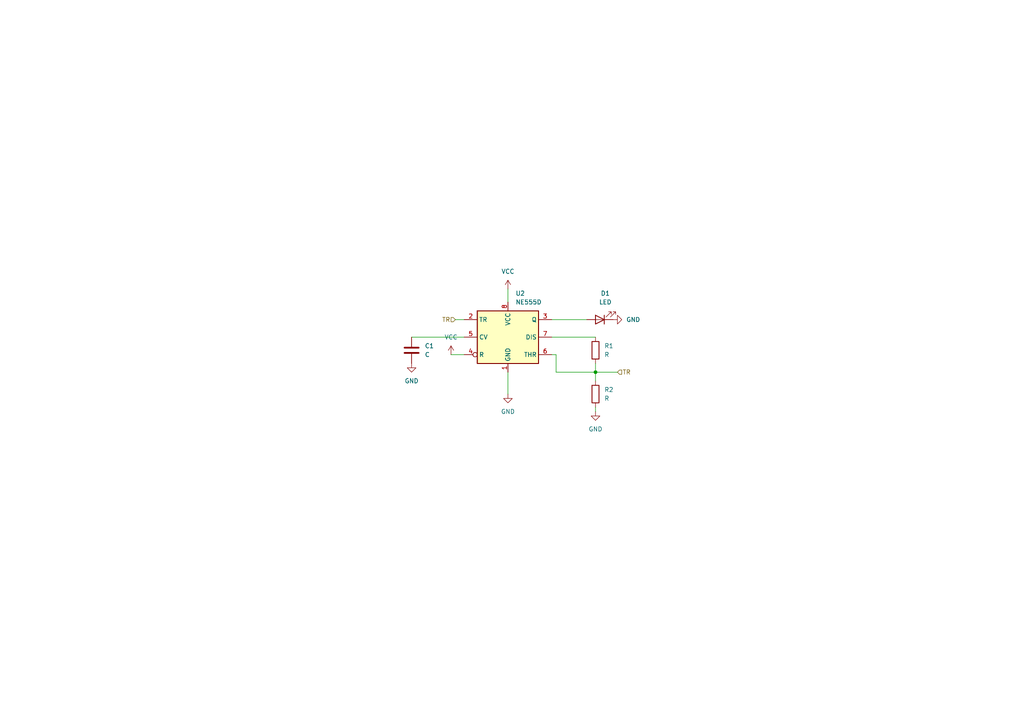
<source format=kicad_sch>
(kicad_sch (version 20230121) (generator eeschema)
  (paper "A4")
  (lib_symbols
    (symbol "Device:C" (pin_numbers hide) (pin_names (offset 0.254))
      (property "Reference" "C" (at 0.635 2.54 0))
      (property "Value" "C" (at 0.635 -2.54 0))
      (symbol "C_0_1"
        (polyline (pts (xy -2.032 -0.762) (xy 2.032 -0.762)) (stroke (width 0.508)))
        (polyline (pts (xy -2.032 0.762) (xy 2.032 0.762)) (stroke (width 0.508)))
      )
      (symbol "C_1_1"
        (pin passive line (at 0 3.81 270) (length 2.794) (name "~") (number "1"))
        (pin passive line (at 0 -3.81 90) (length 2.794) (name "~") (number "2"))
      )
    )
    (symbol "Device:LED" (pin_numbers hide) (pin_names (offset 1.016) hide)
      (property "Reference" "D" (at 0 2.54 0))
      (property "Value" "LED" (at 0 -2.54 0))
      (symbol "LED_0_1"
        (polyline (pts (xy -1.27 -1.27) (xy -1.27 1.27)) (stroke (width 0.254)))
        (polyline (pts (xy -1.27 0) (xy 1.27 0)))
        (polyline (pts (xy 1.27 -1.27) (xy 1.27 1.27) (xy -1.27 0) (xy 1.27 -1.27)) (stroke (width 0.254)))
        (polyline (pts (xy -3.048 -0.762) (xy -4.572 -2.286) (xy -3.81 -2.286) (xy -4.572 -2.286) (xy -4.572 -1.524)))
        (polyline (pts (xy -1.778 -0.762) (xy -3.302 -2.286) (xy -2.54 -2.286) (xy -3.302 -2.286) (xy -3.302 -1.524)))
      )
      (symbol "LED_1_1"
        (pin passive line (at -3.81 0 0) (length 2.54) (name "K") (number "1"))
        (pin passive line (at 3.81 0 180) (length 2.54) (name "A") (number "2"))
      )
    )
    (symbol "Device:R" (pin_numbers hide) (pin_names (offset 0))
      (property "Reference" "R" (at 2.032 0 90))
      (property "Value" "R" (at 0 0 90))
      (symbol "R_0_1"
        (rectangle (start -1.016 -2.54) (end 1.016 2.54) (stroke (width 0.254)))
      )
      (symbol "R_1_1"
        (pin passive line (at 0 3.81 270) (length 1.27) (name "~") (number "1"))
        (pin passive line (at 0 -3.81 90) (length 1.27) (name "~") (number "2"))
      )
    )
    (symbol "Timer:NE555D"
      (property "Reference" "U" (at -10.16 8.89 0))
      (property "Value" "NE555D" (at 2.54 8.89 0))
      (symbol "NE555D_0_0"
        (pin power_in line (at 0 -10.16 90) (length 2.54) (name "GND") (number "1"))
        (pin power_in line (at 0 10.16 270) (length 2.54) (name "VCC") (number "8"))
      )
      (symbol "NE555D_0_1"
        (rectangle (start -8.89 -7.62) (end 8.89 7.62) (stroke (width 0.254)) (fill (type background)))
        (rectangle (start -8.89 -7.62) (end 8.89 7.62) (stroke (width 0.254)) (fill (type background)))
      )
      (symbol "NE555D_1_1"
        (pin input line (at -12.7 5.08 0) (length 3.81) (name "TR") (number "2"))
        (pin output line (at 12.7 5.08 180) (length 3.81) (name "Q") (number "3"))
        (pin input inverted (at -12.7 -5.08 0) (length 3.81) (name "R") (number "4"))
        (pin input line (at -12.7 0 0) (length 3.81) (name "CV") (number "5"))
        (pin input line (at 12.7 -5.08 180) (length 3.81) (name "THR") (number "6"))
        (pin input line (at 12.7 0 180) (length 3.81) (name "DIS") (number "7"))
      )
    )
    (symbol "power:GND" (power) (pin_names (offset 0))
      (property "Value" "GND" (at 0 -3.81 0))
      (symbol "GND_0_1"
        (polyline (pts (xy 0 0) (xy 0 -1.27) (xy 1.27 -1.27) (xy 0 -2.54) (xy -1.27 -1.27) (xy 0 -1.27)))
      )
      (symbol "GND_1_1"
        (pin power_in line (at 0 0 270) (length 0) hide (name "GND") (number "1"))
      )
    )
    (symbol "power:VCC" (power) (pin_names (offset 0))
      (property "Value" "VCC" (at 0 3.81 0))
      (symbol "VCC_0_1"
        (polyline (pts (xy -0.762 1.27) (xy 0 2.54)))
        (polyline (pts (xy 0 0) (xy 0 2.54)))
        (polyline (pts (xy 0 2.54) (xy 0.762 1.27)))
      )
      (symbol "VCC_1_1"
        (pin power_in line (at 0 0 90) (length 0) hide (name "VCC") (number "1"))
      )
    )
  )
  (junction (at 172.72 107.95))
  (wire (pts (xy 130.81 102.87) (xy 134.62 102.87)))
  (wire (pts (xy 160.02 97.79) (xy 172.72 97.79)))
  (wire (pts (xy 172.72 107.95) (xy 179.07 107.95)))
  (wire (pts (xy 161.29 107.95) (xy 172.72 107.95)))
  (wire (pts (xy 119.38 97.79) (xy 134.62 97.79)))
  (wire (pts (xy 172.72 107.95) (xy 172.72 110.49)))
  (wire (pts (xy 160.02 92.71) (xy 170.18 92.71)))
  (wire (pts (xy 147.32 83.82) (xy 147.32 87.63)))
  (wire (pts (xy 132.08 92.71) (xy 134.62 92.71)))
  (wire (pts (xy 172.72 119.38) (xy 172.72 118.11)))
  (wire (pts (xy 160.02 102.87) (xy 161.29 102.87)))
  (wire (pts (xy 161.29 102.87) (xy 161.29 107.95)))
  (wire (pts (xy 172.72 105.41) (xy 172.72 107.95)))
  (wire (pts (xy 147.32 107.95) (xy 147.32 114.3)))
  (hierarchical_label "TR" (shape input) (at 132.08 92.71 180))
  (hierarchical_label "TR" (shape input) (at 179.07 107.95 0))
  (symbol (lib_id "power:GND") (at 119.38 105.41 0) (unit 1)
    (property "Reference" "#PWR02" (effects hide))
    (property "Value" "GND" (at 119.38 110.49 0))
  )
  (symbol (lib_id "power:GND") (at 172.72 119.38 0) (unit 1)
    (property "Reference" "#PWR05" (effects hide))
    (property "Value" "GND" (at 172.72 124.46 0))
  )
  (symbol (lib_id "power:GND") (at 147.32 114.3 0) (unit 1)
    (property "Reference" "#PWR01" (effects hide))
    (property "Value" "GND" (at 147.32 119.38 0))
  )
  (symbol (lib_id "Device:LED") (at 173.99 92.71 180) (unit 1)
    (property "Reference" "D1" (at 175.5775 85.09 0))
    (property "Value" "LED" (at 175.5775 87.63 0))
    (property "Footprint" "LED_SMD:LED_0603_1608Metric" (effects hide))
  )
  (symbol (lib_id "Device:C") (at 119.38 101.6 0) (unit 1)
    (property "Reference" "C1" (at 123.19 100.33 0) (effects (justify left)))
    (property "Value" "C" (at 123.19 102.87 0) (effects (justify left)))
    (property "Footprint" "Capacitor_SMD:C_0603_1608Metric" (effects hide))
  )
  (symbol (lib_id "Timer:NE555D") (at 147.32 97.79 0) (unit 1)
    (property "Reference" "U2" (at 149.5141 85.09 0) (effects (justify left)))
    (property "Value" "NE555D" (at 149.5141 87.63 0) (effects (justify left)))
    (property "Footprint" "Package_SO:SOIC-8_3.9x4.9mm_P1.27mm" (effects hide))
    (property "Datasheet" "http://www.ti.com/lit/ds/symlink/ne555.pdf" (effects hide))
  )
  (symbol (lib_id "power:VCC") (at 147.32 83.82 0) (unit 1)
    (property "Reference" "#PWR03" (effects hide))
    (property "Value" "VCC" (at 147.32 78.74 0))
  )
  (symbol (lib_id "Device:R") (at 172.72 114.3 0) (unit 1)
    (property "Reference" "R2" (at 175.26 113.03 0) (effects (justify left)))
    (property "Value" "R" (at 175.26 115.57 0) (effects (justify left)))
    (property "Footprint" "Resistor_SMD:R_0603_1608Metric" (effects hide))
  )
  (symbol (lib_id "Device:R") (at 172.72 101.6 0) (unit 1)
    (property "Reference" "R1" (at 175.26 100.33 0) (effects (justify left)))
    (property "Value" "R" (at 175.26 102.87 0) (effects (justify left)))
    (property "Footprint" "Resistor_SMD:R_0603_1608Metric" (effects hide))
  )
  (symbol (lib_id "power:VCC") (at 130.81 102.87 0) (unit 1)
    (property "Reference" "#PWR04" (effects hide))
    (property "Value" "VCC" (at 130.81 97.79 0))
  )
  (symbol (lib_id "power:GND") (at 177.8 92.71 90) (unit 1)
    (property "Reference" "#PWR06" (effects hide))
    (property "Value" "GND" (at 181.61 92.71 90) (effects (justify right)))
  )
)
</source>
